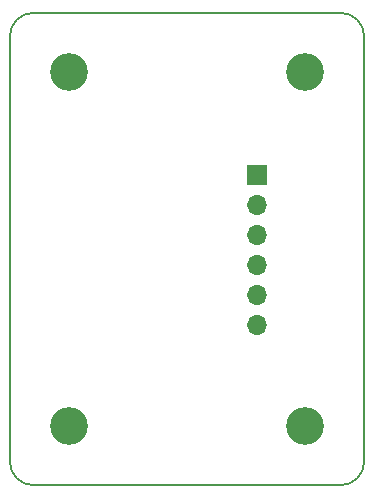
<source format=gbr>
G04 #@! TF.GenerationSoftware,KiCad,Pcbnew,5.1.6-c6e7f7d~86~ubuntu20.04.1*
G04 #@! TF.CreationDate,2020-05-17T01:17:36+03:00*
G04 #@! TF.ProjectId,PIC-ICSP-504050,5049432d-4943-4535-902d-353034303530,v1.0*
G04 #@! TF.SameCoordinates,Original*
G04 #@! TF.FileFunction,Soldermask,Bot*
G04 #@! TF.FilePolarity,Negative*
%FSLAX46Y46*%
G04 Gerber Fmt 4.6, Leading zero omitted, Abs format (unit mm)*
G04 Created by KiCad (PCBNEW 5.1.6-c6e7f7d~86~ubuntu20.04.1) date 2020-05-17 01:17:36*
%MOMM*%
%LPD*%
G01*
G04 APERTURE LIST*
G04 #@! TA.AperFunction,Profile*
%ADD10C,0.150000*%
G04 #@! TD*
%ADD11R,1.700000X1.700000*%
%ADD12O,1.700000X1.700000*%
%ADD13C,3.200000*%
G04 APERTURE END LIST*
D10*
X78000000Y-50000000D02*
G75*
G02*
X80000000Y-52000000I0J-2000000D01*
G01*
X80000000Y-88000000D02*
G75*
G02*
X78000000Y-90000000I-2000000J0D01*
G01*
X52000000Y-90000000D02*
G75*
G02*
X50000000Y-88000000I0J2000000D01*
G01*
X50000000Y-52000000D02*
G75*
G02*
X52000000Y-50000000I2000000J0D01*
G01*
X50000000Y-88000000D02*
X50000000Y-52000000D01*
X52000000Y-90000000D02*
X78000000Y-90000000D01*
X80000000Y-52000000D02*
X80000000Y-88000000D01*
X52000000Y-50000000D02*
X78000000Y-50000000D01*
D11*
X70900000Y-63700000D03*
D12*
X70900000Y-66240000D03*
X70900000Y-68780000D03*
X70900000Y-71320000D03*
X70900000Y-73860000D03*
X70900000Y-76400000D03*
D13*
X75000000Y-85000000D03*
X55000000Y-85000000D03*
X75000000Y-55000000D03*
X55000000Y-55000000D03*
M02*

</source>
